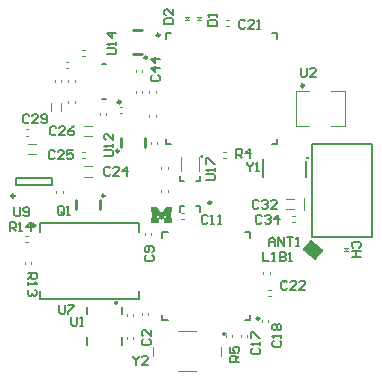
<source format=gto>
%FSLAX24Y24*%
%MOIN*%
G70*
G01*
G75*
G04 Layer_Color=65535*
%ADD10C,0.0100*%
G04:AMPARAMS|DCode=11|XSize=63mil|YSize=98.4mil|CornerRadius=15.7mil|HoleSize=0mil|Usage=FLASHONLY|Rotation=0.000|XOffset=0mil|YOffset=0mil|HoleType=Round|Shape=RoundedRectangle|*
%AMROUNDEDRECTD11*
21,1,0.0630,0.0669,0,0,0.0*
21,1,0.0315,0.0984,0,0,0.0*
1,1,0.0315,0.0157,-0.0335*
1,1,0.0315,-0.0157,-0.0335*
1,1,0.0315,-0.0157,0.0335*
1,1,0.0315,0.0157,0.0335*
%
%ADD11ROUNDEDRECTD11*%
G04:AMPARAMS|DCode=12|XSize=33.5mil|YSize=17.7mil|CornerRadius=4.4mil|HoleSize=0mil|Usage=FLASHONLY|Rotation=0.000|XOffset=0mil|YOffset=0mil|HoleType=Round|Shape=RoundedRectangle|*
%AMROUNDEDRECTD12*
21,1,0.0335,0.0089,0,0,0.0*
21,1,0.0246,0.0177,0,0,0.0*
1,1,0.0089,0.0123,-0.0044*
1,1,0.0089,-0.0123,-0.0044*
1,1,0.0089,-0.0123,0.0044*
1,1,0.0089,0.0123,0.0044*
%
%ADD12ROUNDEDRECTD12*%
%ADD13O,0.0335X0.0110*%
%ADD14O,0.0110X0.0335*%
%ADD15R,0.2028X0.2028*%
%ADD16R,0.1850X0.1850*%
%ADD17O,0.0110X0.0315*%
%ADD18O,0.0315X0.0110*%
%ADD19O,0.0276X0.0098*%
%ADD20O,0.0098X0.0276*%
%ADD21O,0.0532X0.0177*%
%ADD22R,0.0142X0.0142*%
%ADD23R,0.0110X0.0110*%
G04:AMPARAMS|DCode=24|XSize=59.1mil|YSize=102.4mil|CornerRadius=0mil|HoleSize=0mil|Usage=FLASHONLY|Rotation=230.000|XOffset=0mil|YOffset=0mil|HoleType=Round|Shape=Rectangle|*
%AMROTATEDRECTD24*
4,1,4,-0.0202,0.0555,0.0582,-0.0103,0.0202,-0.0555,-0.0582,0.0103,-0.0202,0.0555,0.0*
%
%ADD24ROTATEDRECTD24*%

%ADD25R,0.0551X0.0630*%
%ADD26R,0.0630X0.0748*%
%ADD27R,0.0532X0.0157*%
%ADD28R,0.0138X0.0098*%
%ADD29R,0.0098X0.0187*%
%ADD30R,0.0217X0.0394*%
%ADD31R,0.0118X0.0193*%
%ADD32R,0.0118X0.0209*%
%ADD33R,0.0787X0.0472*%
%ADD34R,0.0335X0.0157*%
%ADD35R,0.0157X0.0335*%
%ADD36R,0.0276X0.0354*%
%ADD37R,0.0197X0.0315*%
%ADD38O,0.0315X0.0157*%
%ADD39R,0.2362X0.1890*%
%ADD40R,0.0236X0.0157*%
%ADD41R,0.0197X0.0354*%
%ADD42R,0.0157X0.0236*%
%ADD43R,0.0354X0.0197*%
%ADD44C,0.0060*%
%ADD45C,0.0050*%
%ADD46C,0.0120*%
%ADD47C,0.0181*%
%ADD48C,0.0080*%
%ADD49C,0.0150*%
%ADD50C,0.1260*%
%ADD51C,0.0630*%
%ADD52C,0.0180*%
%ADD53C,0.0197*%
%ADD54C,0.0276*%
%ADD55C,0.0260*%
%ADD56C,0.0220*%
%ADD57C,0.0200*%
%ADD58R,0.0236X0.0610*%
%ADD59R,0.0472X0.0709*%
%ADD60R,0.0591X0.0236*%
%ADD61R,0.0236X0.0591*%
%ADD62R,0.0512X0.0217*%
%ADD63R,0.1299X0.1299*%
%ADD64O,0.0315X0.0098*%
%ADD65O,0.0098X0.0315*%
%ADD66C,0.0098*%
%ADD67C,0.0039*%
%ADD68C,0.0079*%
%ADD69C,0.0047*%
G04:AMPARAMS|DCode=70|XSize=43.3mil|YSize=55.1mil|CornerRadius=0mil|HoleSize=0mil|Usage=FLASHONLY|Rotation=230.000|XOffset=0mil|YOffset=0mil|HoleType=Round|Shape=Rectangle|*
%AMROTATEDRECTD70*
4,1,4,-0.0072,0.0343,0.0350,-0.0011,0.0072,-0.0343,-0.0350,0.0011,-0.0072,0.0343,0.0*
%
%ADD70ROTATEDRECTD70*%

G36*
X-484Y-700D02*
X-539D01*
Y-921D01*
X-484D01*
Y-1067D01*
X-758D01*
Y-921D01*
X-702D01*
Y-788D01*
X-840Y-979D01*
X-849D01*
X-985Y-788D01*
Y-921D01*
X-929D01*
Y-1067D01*
X-1203D01*
Y-921D01*
X-1150D01*
Y-700D01*
X-1203D01*
Y-554D01*
X-986D01*
X-847Y-746D01*
X-840D01*
X-701Y-554D01*
X-484D01*
Y-700D01*
D02*
G37*
D10*
X3900Y3500D02*
G03*
X3900Y3500I-50J0D01*
G01*
X3242Y-3026D02*
G03*
X3242Y-3026I-14J0D01*
G01*
X-2328Y-3732D02*
G03*
X-2328Y-3732I-28J0D01*
G01*
X504Y1146D02*
G03*
X504Y1146I-10J0D01*
G01*
X1280Y-4769D02*
G03*
X1280Y-4769I-30J0D01*
G01*
X-1335Y4438D02*
G03*
X-1335Y4438I-39J0D01*
G01*
X-2272Y1324D02*
G03*
X-2272Y1324I-39J0D01*
G01*
X-2749Y-174D02*
G03*
X-2749Y-174I-39J0D01*
G01*
X4026Y1094D02*
G03*
X4026Y1094I-14J0D01*
G01*
X-1807Y5344D02*
X-1493D01*
X-1807Y4556D02*
X-1493D01*
X-2194Y1443D02*
Y1757D01*
X-1406Y1443D02*
Y1757D01*
X-3694Y-607D02*
Y-293D01*
X-2906Y-607D02*
Y-293D01*
D44*
X-2159Y-5140D02*
Y-4876D01*
X-3341Y-5140D02*
Y-4876D01*
Y-4124D02*
Y-3860D01*
X-2159Y-4124D02*
Y-3860D01*
D45*
X6171Y-1555D02*
Y1555D01*
X4183D02*
X6171D01*
X4193Y-1555D02*
X6171D01*
X4183Y-1545D02*
Y1555D01*
Y-1545D02*
X4193Y-1555D01*
X2531Y455D02*
Y1045D01*
X3968Y455D02*
Y996D01*
X3800Y4100D02*
Y3850D01*
X3850Y3800D01*
X3950D01*
X4000Y3850D01*
Y4100D01*
X4300Y3800D02*
X4100D01*
X4300Y4000D01*
Y4050D01*
X4250Y4100D01*
X4150D01*
X4100Y4050D01*
X3100Y-2050D02*
Y-2350D01*
X3250D01*
X3300Y-2300D01*
Y-2250D01*
X3250Y-2200D01*
X3100D01*
X3250D01*
X3300Y-2150D01*
Y-2100D01*
X3250Y-2050D01*
X3100D01*
X3400Y-2350D02*
X3500D01*
X3450D01*
Y-2050D01*
X3400Y-2100D01*
X-1450Y-4950D02*
X-1500Y-5000D01*
Y-5100D01*
X-1450Y-5150D01*
X-1250D01*
X-1200Y-5100D01*
Y-5000D01*
X-1250Y-4950D01*
X-1200Y-4650D02*
Y-4850D01*
X-1400Y-4650D01*
X-1450D01*
X-1500Y-4700D01*
Y-4800D01*
X-1450Y-4850D01*
X-1350Y-2150D02*
X-1400Y-2200D01*
Y-2300D01*
X-1350Y-2350D01*
X-1150D01*
X-1100Y-2300D01*
Y-2200D01*
X-1150Y-2150D01*
Y-2050D02*
X-1100Y-2000D01*
Y-1900D01*
X-1150Y-1850D01*
X-1350D01*
X-1400Y-1900D01*
Y-2000D01*
X-1350Y-2050D01*
X-1300D01*
X-1250Y-2000D01*
Y-1850D01*
X700Y-850D02*
X650Y-800D01*
X550D01*
X500Y-850D01*
Y-1050D01*
X550Y-1100D01*
X650D01*
X700Y-1050D01*
X800Y-1100D02*
X900D01*
X850D01*
Y-800D01*
X800Y-850D01*
X1050Y-1100D02*
X1150D01*
X1100D01*
Y-800D01*
X1050Y-850D01*
X2200Y-5250D02*
X2150Y-5300D01*
Y-5400D01*
X2200Y-5450D01*
X2400D01*
X2450Y-5400D01*
Y-5300D01*
X2400Y-5250D01*
X2450Y-5150D02*
Y-5050D01*
Y-5100D01*
X2150D01*
X2200Y-5150D01*
X2150Y-4900D02*
Y-4700D01*
X2200D01*
X2400Y-4900D01*
X2450D01*
X2900Y-5000D02*
X2850Y-5050D01*
Y-5150D01*
X2900Y-5200D01*
X3100D01*
X3150Y-5150D01*
Y-5050D01*
X3100Y-5000D01*
X3150Y-4900D02*
Y-4800D01*
Y-4850D01*
X2850D01*
X2900Y-4900D01*
Y-4650D02*
X2850Y-4600D01*
Y-4500D01*
X2900Y-4450D01*
X2950D01*
X3000Y-4500D01*
X3050Y-4450D01*
X3100D01*
X3150Y-4500D01*
Y-4600D01*
X3100Y-4650D01*
X3050D01*
X3000Y-4600D01*
X2950Y-4650D01*
X2900D01*
X3000Y-4600D02*
Y-4500D01*
X1950Y5650D02*
X1900Y5700D01*
X1800D01*
X1750Y5650D01*
Y5450D01*
X1800Y5400D01*
X1900D01*
X1950Y5450D01*
X2250Y5400D02*
X2050D01*
X2250Y5600D01*
Y5650D01*
X2200Y5700D01*
X2100D01*
X2050Y5650D01*
X2350Y5400D02*
X2450D01*
X2400D01*
Y5700D01*
X2350Y5650D01*
X3350Y-3050D02*
X3300Y-3000D01*
X3200D01*
X3150Y-3050D01*
Y-3250D01*
X3200Y-3300D01*
X3300D01*
X3350Y-3250D01*
X3650Y-3300D02*
X3450D01*
X3650Y-3100D01*
Y-3050D01*
X3600Y-3000D01*
X3500D01*
X3450Y-3050D01*
X3950Y-3300D02*
X3750D01*
X3950Y-3100D01*
Y-3050D01*
X3900Y-3000D01*
X3800D01*
X3750Y-3050D01*
X-2550Y750D02*
X-2600Y800D01*
X-2700D01*
X-2750Y750D01*
Y550D01*
X-2700Y500D01*
X-2600D01*
X-2550Y550D01*
X-2250Y500D02*
X-2450D01*
X-2250Y700D01*
Y750D01*
X-2300Y800D01*
X-2400D01*
X-2450Y750D01*
X-2000Y500D02*
Y800D01*
X-2150Y650D01*
X-1950D01*
X-4400Y1300D02*
X-4450Y1350D01*
X-4550D01*
X-4600Y1300D01*
Y1100D01*
X-4550Y1050D01*
X-4450D01*
X-4400Y1100D01*
X-4100Y1050D02*
X-4300D01*
X-4100Y1250D01*
Y1300D01*
X-4150Y1350D01*
X-4250D01*
X-4300Y1300D01*
X-3800Y1350D02*
X-4000D01*
Y1200D01*
X-3900Y1250D01*
X-3850D01*
X-3800Y1200D01*
Y1100D01*
X-3850Y1050D01*
X-3950D01*
X-4000Y1100D01*
X-4350Y2100D02*
X-4400Y2150D01*
X-4500D01*
X-4550Y2100D01*
Y1900D01*
X-4500Y1850D01*
X-4400D01*
X-4350Y1900D01*
X-4050Y1850D02*
X-4250D01*
X-4050Y2050D01*
Y2100D01*
X-4100Y2150D01*
X-4200D01*
X-4250Y2100D01*
X-3750Y2150D02*
X-3850Y2100D01*
X-3950Y2000D01*
Y1900D01*
X-3900Y1850D01*
X-3800D01*
X-3750Y1900D01*
Y1950D01*
X-3800Y2000D01*
X-3950D01*
X-5250Y2500D02*
X-5300Y2550D01*
X-5400D01*
X-5450Y2500D01*
Y2300D01*
X-5400Y2250D01*
X-5300D01*
X-5250Y2300D01*
X-4950Y2250D02*
X-5150D01*
X-4950Y2450D01*
Y2500D01*
X-5000Y2550D01*
X-5100D01*
X-5150Y2500D01*
X-4850Y2300D02*
X-4800Y2250D01*
X-4700D01*
X-4650Y2300D01*
Y2500D01*
X-4700Y2550D01*
X-4800D01*
X-4850Y2500D01*
Y2450D01*
X-4800Y2400D01*
X-4650D01*
X2400Y-350D02*
X2350Y-300D01*
X2250D01*
X2200Y-350D01*
Y-550D01*
X2250Y-600D01*
X2350D01*
X2400Y-550D01*
X2500Y-350D02*
X2550Y-300D01*
X2650D01*
X2700Y-350D01*
Y-400D01*
X2650Y-450D01*
X2600D01*
X2650D01*
X2700Y-500D01*
Y-550D01*
X2650Y-600D01*
X2550D01*
X2500Y-550D01*
X3000Y-600D02*
X2800D01*
X3000Y-400D01*
Y-350D01*
X2950Y-300D01*
X2850D01*
X2800Y-350D01*
X2500Y-850D02*
X2450Y-800D01*
X2350D01*
X2300Y-850D01*
Y-1050D01*
X2350Y-1100D01*
X2450D01*
X2500Y-1050D01*
X2600Y-850D02*
X2650Y-800D01*
X2750D01*
X2800Y-850D01*
Y-900D01*
X2750Y-950D01*
X2700D01*
X2750D01*
X2800Y-1000D01*
Y-1050D01*
X2750Y-1100D01*
X2650D01*
X2600Y-1050D01*
X3050Y-1100D02*
Y-800D01*
X2900Y-950D01*
X3100D01*
X-1150Y3850D02*
X-1200Y3800D01*
Y3700D01*
X-1150Y3650D01*
X-950D01*
X-900Y3700D01*
Y3800D01*
X-950Y3850D01*
X-900Y4100D02*
X-1200D01*
X-1050Y3950D01*
Y4150D01*
X-900Y4400D02*
X-1200D01*
X-1050Y4250D01*
Y4450D01*
X2550Y-2050D02*
Y-2350D01*
X2750D01*
X2850D02*
X2950D01*
X2900D01*
Y-2050D01*
X2850Y-2100D01*
X1650Y1100D02*
Y1400D01*
X1800D01*
X1850Y1350D01*
Y1250D01*
X1800Y1200D01*
X1650D01*
X1750D02*
X1850Y1100D01*
X2100D02*
Y1400D01*
X1950Y1250D01*
X2150D01*
X1750Y-5700D02*
X1450D01*
Y-5550D01*
X1500Y-5500D01*
X1600D01*
X1650Y-5550D01*
Y-5700D01*
Y-5600D02*
X1750Y-5500D01*
X1450Y-5200D02*
Y-5400D01*
X1600D01*
X1550Y-5300D01*
Y-5250D01*
X1600Y-5200D01*
X1700D01*
X1750Y-5250D01*
Y-5350D01*
X1700Y-5400D01*
X-5300Y-2750D02*
X-5000D01*
Y-2900D01*
X-5050Y-2950D01*
X-5150D01*
X-5200Y-2900D01*
Y-2750D01*
Y-2850D02*
X-5300Y-2950D01*
Y-3050D02*
Y-3150D01*
Y-3100D01*
X-5000D01*
X-5050Y-3050D01*
Y-3300D02*
X-5000Y-3350D01*
Y-3450D01*
X-5050Y-3500D01*
X-5100D01*
X-5150Y-3450D01*
Y-3400D01*
Y-3450D01*
X-5200Y-3500D01*
X-5250D01*
X-5300Y-3450D01*
Y-3350D01*
X-5250Y-3300D01*
X-5900Y-1350D02*
Y-1050D01*
X-5750D01*
X-5700Y-1100D01*
Y-1200D01*
X-5750Y-1250D01*
X-5900D01*
X-5800D02*
X-5700Y-1350D01*
X-5600D02*
X-5500D01*
X-5550D01*
Y-1050D01*
X-5600Y-1100D01*
X-5200Y-1350D02*
Y-1050D01*
X-5350Y-1200D01*
X-5150D01*
X-3850Y-4200D02*
Y-4450D01*
X-3800Y-4500D01*
X-3700D01*
X-3650Y-4450D01*
Y-4200D01*
X-3550Y-4500D02*
X-3450D01*
X-3500D01*
Y-4200D01*
X-3550Y-4250D01*
X-5750Y-550D02*
Y-800D01*
X-5700Y-850D01*
X-5600D01*
X-5550Y-800D01*
Y-550D01*
X-5450Y-800D02*
X-5400Y-850D01*
X-5300D01*
X-5250Y-800D01*
Y-600D01*
X-5300Y-550D01*
X-5400D01*
X-5450Y-600D01*
Y-650D01*
X-5400Y-700D01*
X-5250D01*
X-2750Y1150D02*
X-2500D01*
X-2450Y1200D01*
Y1300D01*
X-2500Y1350D01*
X-2750D01*
X-2450Y1450D02*
Y1550D01*
Y1500D01*
X-2750D01*
X-2700Y1450D01*
X-2450Y1900D02*
Y1700D01*
X-2650Y1900D01*
X-2700D01*
X-2750Y1850D01*
Y1750D01*
X-2700Y1700D01*
X-2650Y4550D02*
X-2400D01*
X-2350Y4600D01*
Y4700D01*
X-2400Y4750D01*
X-2650D01*
X-2350Y4850D02*
Y4950D01*
Y4900D01*
X-2650D01*
X-2600Y4850D01*
X-2350Y5250D02*
X-2650D01*
X-2500Y5100D01*
Y5300D01*
X650Y350D02*
X900D01*
X950Y400D01*
Y500D01*
X900Y550D01*
X650D01*
X950Y650D02*
Y750D01*
Y700D01*
X650D01*
X700Y650D01*
X650Y900D02*
Y1100D01*
X700D01*
X900Y900D01*
X950D01*
X2000Y950D02*
Y900D01*
X2100Y800D01*
X2200Y900D01*
Y950D01*
X2100Y800D02*
Y650D01*
X2300D02*
X2400D01*
X2350D01*
Y950D01*
X2300Y900D01*
X-1800Y-5500D02*
Y-5550D01*
X-1700Y-5650D01*
X-1600Y-5550D01*
Y-5500D01*
X-1700Y-5650D02*
Y-5800D01*
X-1300D02*
X-1500D01*
X-1300Y-5600D01*
Y-5550D01*
X-1350Y-5500D01*
X-1450D01*
X-1500Y-5550D01*
X2750Y-1850D02*
Y-1650D01*
X2850Y-1550D01*
X2950Y-1650D01*
Y-1850D01*
Y-1700D01*
X2750D01*
X3050Y-1850D02*
Y-1550D01*
X3250Y-1850D01*
Y-1550D01*
X3350D02*
X3550D01*
X3450D01*
Y-1850D01*
X3650D02*
X3750D01*
X3700D01*
Y-1550D01*
X3650Y-1600D01*
X-4100Y-750D02*
Y-550D01*
X-4150Y-500D01*
X-4250D01*
X-4300Y-550D01*
Y-750D01*
X-4250Y-800D01*
X-4150D01*
X-4200Y-700D02*
X-4100Y-800D01*
X-4150D02*
X-4100Y-750D01*
X-4000Y-800D02*
X-3900D01*
X-3950D01*
Y-500D01*
X-4000Y-550D01*
X-4250Y-3800D02*
Y-4050D01*
X-4200Y-4100D01*
X-4100D01*
X-4050Y-4050D01*
Y-3800D01*
X-3950D02*
X-3750D01*
Y-3850D01*
X-3950Y-4050D01*
Y-4100D01*
X700Y5500D02*
X1000D01*
Y5650D01*
X950Y5700D01*
X750D01*
X700Y5650D01*
Y5500D01*
X1000Y5800D02*
Y5900D01*
Y5850D01*
X700D01*
X750Y5800D01*
X-750Y5550D02*
X-450D01*
Y5700D01*
X-500Y5750D01*
X-700D01*
X-750Y5700D01*
Y5550D01*
X-450Y6050D02*
Y5850D01*
X-650Y6050D01*
X-700D01*
X-750Y6000D01*
Y5900D01*
X-700Y5850D01*
X5750Y-1900D02*
X5800Y-1850D01*
Y-1750D01*
X5750Y-1700D01*
X5550D01*
X5500Y-1750D01*
Y-1850D01*
X5550Y-1900D01*
X5800Y-2000D02*
X5500D01*
X5650D01*
Y-2200D01*
X5800D01*
X5500D01*
D66*
X2422Y-4257D02*
G03*
X2422Y-4257I-49J0D01*
G01*
X-907Y5191D02*
G03*
X-907Y5191I-49J0D01*
G01*
X818Y-395D02*
G03*
X818Y-395I-49J0D01*
G01*
X-2209Y2961D02*
G03*
X-2209Y2961I-49J0D01*
G01*
X-5750Y-172D02*
G03*
X-5750Y-172I-49J0D01*
G01*
X-5051Y-1149D02*
G03*
X-5051Y-1149I-49J0D01*
G01*
D67*
X4814Y3341D02*
X5257D01*
X4814Y2159D02*
X5257D01*
X3643D02*
X4086D01*
X3643Y3341D02*
X4086D01*
X5257Y2159D02*
Y3341D01*
X3643Y2159D02*
Y3341D01*
X1122Y-5507D02*
Y-5193D01*
X-295Y-4681D02*
X295D01*
X-1122Y-5507D02*
Y-5193D01*
X-295Y-6019D02*
X295D01*
X-4358Y-89D02*
Y-11D01*
X-4142Y-89D02*
Y-11D01*
X-5288Y1223D02*
X-5012D01*
X-5288Y1567D02*
X-5012D01*
X-2239Y2592D02*
X-2161D01*
X-2239Y2808D02*
X-2161D01*
X-858Y-39D02*
Y39D01*
X-642Y-39D02*
Y39D01*
X-1258Y2461D02*
Y2539D01*
X-1042Y2461D02*
Y2539D01*
X-3742Y2911D02*
Y2989D01*
X-3958Y2911D02*
Y2989D01*
X-4527Y2662D02*
Y2938D01*
X-4183Y2662D02*
Y2938D01*
X-3489Y4492D02*
X-3411D01*
X-3489Y4708D02*
X-3411D01*
X5231Y-1999D02*
X5369D01*
X5300Y-1970D02*
X5369Y-1901D01*
X5231D02*
X5300Y-1970D01*
X5231Y-1901D02*
X5369D01*
X-2908Y2511D02*
Y2589D01*
X-2692Y2511D02*
Y2589D01*
X-1208Y1561D02*
Y1639D01*
X-992Y1561D02*
Y1639D01*
X-1708Y3261D02*
Y3339D01*
X-1492Y3261D02*
Y3339D01*
X-3958Y3611D02*
Y3689D01*
X-3742Y3611D02*
Y3689D01*
X-1258Y3261D02*
Y3339D01*
X-1042Y3261D02*
Y3339D01*
X-4408Y3611D02*
Y3689D01*
X-4192Y3611D02*
Y3689D01*
X-4039Y4308D02*
X-3961D01*
X-4039Y4092D02*
X-3961D01*
X-5408Y-2439D02*
Y-2361D01*
X-5192Y-2439D02*
Y-2361D01*
X-5389Y-1708D02*
X-5311D01*
X-5389Y-1492D02*
X-5311D01*
X-1408Y-1489D02*
Y-1411D01*
X-1192Y-1489D02*
Y-1411D01*
X-1792Y-4939D02*
Y-4861D01*
X-2008Y-4939D02*
Y-4861D01*
X-1292Y-4139D02*
Y-4061D01*
X-1508Y-4139D02*
Y-4061D01*
X-1792Y-4189D02*
Y-4111D01*
X-2008Y-4189D02*
Y-4111D01*
X1292Y-4889D02*
Y-4811D01*
X1508Y-4889D02*
Y-4811D01*
X2008Y-4889D02*
Y-4811D01*
X1792Y-4889D02*
Y-4811D01*
X2708Y-4389D02*
Y-4311D01*
X2492Y-4389D02*
Y-4311D01*
X2711Y-3508D02*
X2789D01*
X2711Y-3292D02*
X2789D01*
X2758Y-2789D02*
Y-2711D01*
X2542Y-2789D02*
Y-2711D01*
X3511Y-1058D02*
X3589D01*
X3511Y-842D02*
X3589D01*
X3312Y-273D02*
X3588D01*
X3312Y-617D02*
X3588D01*
X3900Y-650D02*
Y-250D01*
X1211Y1092D02*
X1289D01*
X1211Y1308D02*
X1289D01*
X-189Y-958D02*
X-111D01*
X-189Y-742D02*
X-111D01*
X-858Y711D02*
Y789D01*
X-642Y711D02*
Y789D01*
X-3438Y473D02*
X-3162D01*
X-3438Y817D02*
X-3162D01*
X-3489Y1308D02*
X-3411D01*
X-3489Y1092D02*
X-3411D01*
X-3438Y1823D02*
X-3162D01*
X-3438Y2167D02*
X-3162D01*
X-5358Y2048D02*
X-5279D01*
X-5358Y1832D02*
X-5279D01*
X-69Y5701D02*
X69D01*
X0Y5730D02*
X69Y5799D01*
X-69D02*
X0Y5730D01*
X-69Y5799D02*
X69D01*
X331Y5701D02*
X469D01*
X400Y5730D02*
X469Y5799D01*
X331D02*
X400Y5730D01*
X331Y5799D02*
X469D01*
X1311Y5708D02*
X1389D01*
X1311Y5492D02*
X1389D01*
X-1708Y3961D02*
Y4039D01*
X-1492Y3961D02*
Y4039D01*
D68*
X2117Y-4317D02*
Y-4130D01*
X1930Y-4317D02*
X2117D01*
X-817D02*
X-630D01*
X-817D02*
Y-4130D01*
Y-1570D02*
Y-1383D01*
X-630D01*
X2117Y-1570D02*
Y-1383D01*
X1930D02*
X2117D01*
X-700Y1550D02*
X-523D01*
X-700D02*
Y1727D01*
X2823Y1550D02*
X3000D01*
Y1727D01*
Y5073D02*
Y5250D01*
X2823D02*
X3000D01*
X-700D02*
X-523D01*
X-700Y5073D02*
Y5250D01*
X435Y-700D02*
Y-513D01*
X307D02*
X435D01*
X-235D02*
X-107D01*
X-235Y-700D02*
Y-513D01*
Y313D02*
Y500D01*
Y313D02*
X-107D01*
X307D02*
X435D01*
Y500D01*
X-2819Y3059D02*
X-2681D01*
X-2819Y4241D02*
X-2681D01*
X-5691Y418D02*
X-4509D01*
X-5691Y182D02*
X-4509D01*
Y418D01*
X-5691Y182D02*
Y418D01*
X-3264Y-1090D02*
X-1596D01*
Y-1364D02*
Y-1090D01*
Y-3610D02*
Y-3336D01*
X-3264Y-3610D02*
X-1596D01*
X-4904D02*
X-3236D01*
X-4904D02*
Y-3336D01*
Y-1090D02*
X-3236D01*
X-4904Y-1364D02*
Y-1090D01*
D69*
X-205Y674D02*
Y1126D01*
X405Y674D02*
Y1126D01*
D70*
X4209Y-1963D02*
D03*
M02*

</source>
